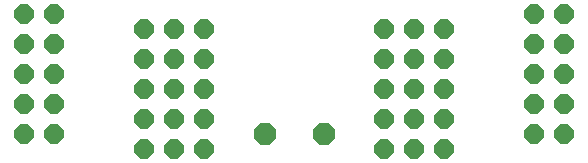
<source format=gbs>
G75*
%MOIN*%
%OFA0B0*%
%FSLAX25Y25*%
%IPPOS*%
%LPD*%
%AMOC8*
5,1,8,0,0,1.08239X$1,22.5*
%
%ADD10OC8,0.06400*%
%ADD11OC8,0.07450*%
%ADD12OC8,0.06337*%
D10*
X0066500Y0018000D03*
X0076500Y0018000D03*
X0086500Y0018000D03*
X0086500Y0028000D03*
X0076500Y0028000D03*
X0066500Y0028000D03*
X0066500Y0038000D03*
X0076500Y0038000D03*
X0086500Y0038000D03*
X0086500Y0048000D03*
X0076500Y0048000D03*
X0066500Y0048000D03*
X0066500Y0058000D03*
X0076500Y0058000D03*
X0086500Y0058000D03*
X0146500Y0058000D03*
X0156500Y0058000D03*
X0166500Y0058000D03*
X0166500Y0048000D03*
X0156500Y0048000D03*
X0146500Y0048000D03*
X0146500Y0038000D03*
X0156500Y0038000D03*
X0166500Y0038000D03*
X0166500Y0028000D03*
X0156500Y0028000D03*
X0146500Y0028000D03*
X0146500Y0018000D03*
X0156500Y0018000D03*
X0166500Y0018000D03*
D11*
X0126343Y0023000D03*
X0106657Y0023000D03*
D12*
X0026500Y0023000D03*
X0036500Y0023000D03*
X0036500Y0033000D03*
X0026500Y0033000D03*
X0026500Y0043000D03*
X0036500Y0043000D03*
X0036500Y0053000D03*
X0026500Y0053000D03*
X0026500Y0063000D03*
X0036500Y0063000D03*
X0196500Y0063000D03*
X0206500Y0063000D03*
X0206500Y0053000D03*
X0196500Y0053000D03*
X0196500Y0043000D03*
X0206500Y0043000D03*
X0206500Y0033000D03*
X0196500Y0033000D03*
X0196500Y0023000D03*
X0206500Y0023000D03*
M02*

</source>
